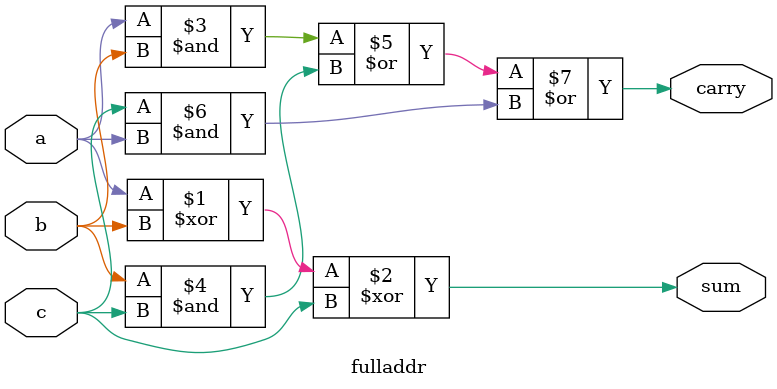
<source format=v>
`timescale 1ns / 1ps


module fulladdr(sum,carry,a,b,c);
    output sum,carry;
    input a,b,c;
    
    assign sum=a^b^c;
    assign carry=(a&b)|(b&c)|(c &a);
    endmodule

</source>
